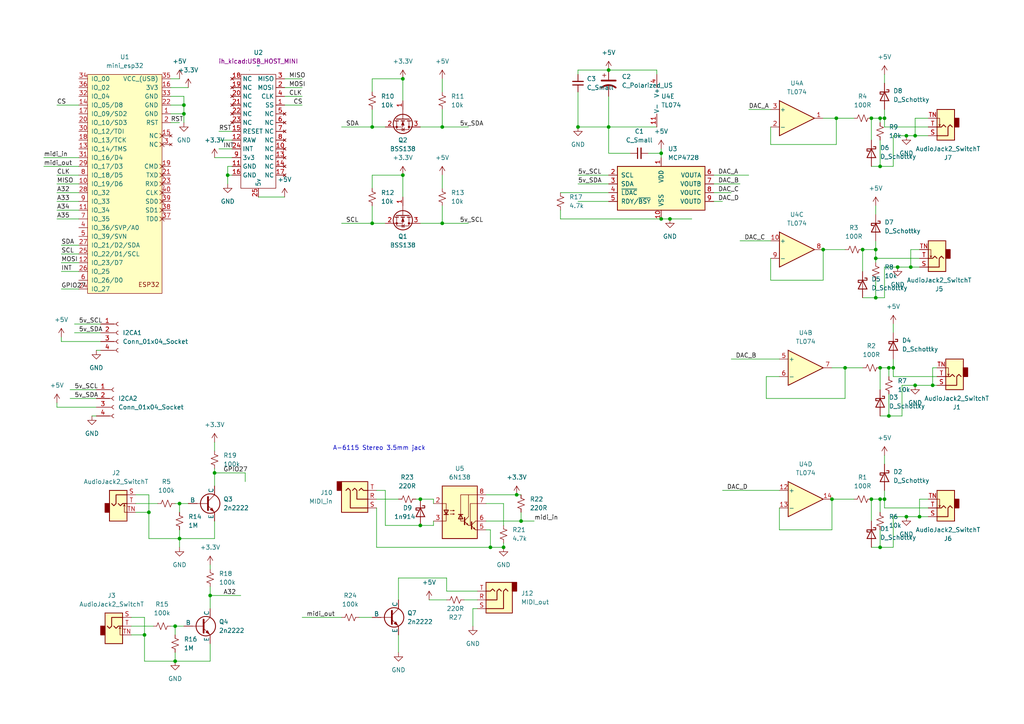
<source format=kicad_sch>
(kicad_sch (version 20230121) (generator eeschema)
  (paper "A4")
  (lib_symbols
    (symbol "Amplifier_Operational:TL074" (pin_names (offset 0.127))
      (property "Reference" "U" (at 0 5.08 0))
      (property "Value" "TL074" (at 0 -5.08 0))
      (symbol "TL074_1_1"
        (pin output line (at 7.62 0 180) (length 2.54) (name "~") (number "1"))
        (pin input line (at -7.62 -2.54 0) (length 2.54) (name "-") (number "2"))
        (pin input line (at -7.62 2.54 0) (length 2.54) (name "+") (number "3"))
      )
      (symbol "TL074_2_1"
        (pin input line (at -7.62 2.54 0) (length 2.54) (name "+") (number "5"))
        (pin input line (at -7.62 -2.54 0) (length 2.54) (name "-") (number "6"))
        (pin output line (at 7.62 0 180) (length 2.54) (name "~") (number "7"))
      )
      (symbol "TL074_3_1"
        (pin input line (at -7.62 2.54 0) (length 2.54) (name "+") (number "10"))
        (pin output line (at 7.62 0 180) (length 2.54) (name "~") (number "8"))
        (pin input line (at -7.62 -2.54 0) (length 2.54) (name "-") (number "9"))
      )
      (symbol "TL074_4_1"
        (pin input line (at -7.62 2.54 0) (length 2.54) (name "+") (number "12"))
        (pin input line (at -7.62 -2.54 0) (length 2.54) (name "-") (number "13"))
        (pin output line (at 7.62 0 180) (length 2.54) (name "~") (number "14"))
      )
      (symbol "TL074_5_1"
        (pin power_in line (at -2.54 -7.62 90) (length 3.81) (name "V-") (number "11"))
        (pin power_in line (at -2.54 7.62 270) (length 3.81) (name "V+") (number "4"))
      )
    )
    (symbol "Analog_DAC:MCP4728" (pin_names (offset 1.016))
      (property "Reference" "U" (at -12.7 6.35 0))
      (property "Value" "MCP4728" (at 12.7 6.35 0))
      (symbol "MCP4728_1_1"
        (pin power_in line (at 0 7.62 270) (length 2.54) (name "VDD") (number "1"))
        (pin power_in line (at 0 -10.16 90) (length 2.54) (name "VSS") (number "10"))
        (pin input line (at -15.24 2.54 0) (length 2.54) (name "SCL") (number "2"))
        (pin bidirectional line (at -15.24 0 0) (length 2.54) (name "SDA") (number "3"))
        (pin input line (at -15.24 -2.54 0) (length 2.54) (name "~{LDAC}") (number "4"))
        (pin output line (at -15.24 -5.08 0) (length 2.54) (name "RDY/~{BSY}") (number "5"))
        (pin output line (at 15.24 2.54 180) (length 2.54) (name "VOUTA") (number "6"))
        (pin output line (at 15.24 0 180) (length 2.54) (name "VOUTB") (number "7"))
        (pin output line (at 15.24 -2.54 180) (length 2.54) (name "VOUTC") (number "8"))
        (pin output line (at 15.24 -5.08 180) (length 2.54) (name "VOUTD") (number "9"))
      )
    )
    (symbol "Connector:Conn_01x04_Socket" (pin_names (offset 1.016) hide)
      (property "Reference" "J" (at 0 5.08 0))
      (property "Value" "Conn_01x04_Socket" (at 0 -7.62 0))
      (symbol "Conn_01x04_Socket_1_1"
        (pin passive line (at -5.08 2.54 0) (length 3.81) (name "Pin_1") (number "1"))
        (pin passive line (at -5.08 0 0) (length 3.81) (name "Pin_2") (number "2"))
        (pin passive line (at -5.08 -2.54 0) (length 3.81) (name "Pin_3") (number "3"))
        (pin passive line (at -5.08 -5.08 0) (length 3.81) (name "Pin_4") (number "4"))
      )
    )
    (symbol "Connector_Audio:AudioJack2_SwitchT"
      (property "Reference" "J" (at 0 8.89 0))
      (property "Value" "AudioJack2_SwitchT" (at 0 6.35 0))
      (symbol "AudioJack2_SwitchT_1_1"
        (pin passive line (at 5.08 2.54 180) (length 2.54) (name "~") (number "S"))
        (pin passive line (at 5.08 0 180) (length 2.54) (name "~") (number "T"))
        (pin passive line (at 5.08 -2.54 180) (length 2.54) (name "~") (number "TN"))
      )
    )
    (symbol "Connector_Audio:AudioJack3"
      (property "Reference" "J" (at 0 8.89 0))
      (property "Value" "AudioJack3" (at 0 6.35 0))
      (symbol "AudioJack3_1_1"
        (pin passive line (at 5.08 0 180) (length 2.54) (name "~") (number "R"))
        (pin passive line (at 5.08 2.54 180) (length 2.54) (name "~") (number "S"))
        (pin passive line (at 5.08 -2.54 180) (length 2.54) (name "~") (number "T"))
      )
    )
    (symbol "Device:C_Polarized_US" (pin_numbers hide) (pin_names (offset 0.254) hide)
      (property "Reference" "C" (at 0.635 2.54 0))
      (property "Value" "C_Polarized_US" (at 0.635 -2.54 0))
      (symbol "C_Polarized_US_1_1"
        (pin passive line (at 0 3.81 270) (length 2.794) (name "~") (number "1"))
        (pin passive line (at 0 -3.81 90) (length 3.302) (name "~") (number "2"))
      )
    )
    (symbol "Device:C_Small" (pin_numbers hide) (pin_names (offset 0.254) hide)
      (property "Reference" "C" (at 0.254 1.778 0))
      (property "Value" "C_Small" (at 0.254 -2.032 0))
      (symbol "C_Small_1_1"
        (pin passive line (at 0 2.54 270) (length 2.032) (name "~") (number "1"))
        (pin passive line (at 0 -2.54 90) (length 2.032) (name "~") (number "2"))
      )
    )
    (symbol "Device:D_Schottky" (pin_numbers hide) (pin_names (offset 1.016) hide)
      (property "Reference" "D" (at 0 2.54 0))
      (property "Value" "D_Schottky" (at 0 -2.54 0))
      (symbol "D_Schottky_1_1"
        (pin passive line (at -3.81 0 0) (length 2.54) (name "K") (number "1"))
        (pin passive line (at 3.81 0 180) (length 2.54) (name "A") (number "2"))
      )
    )
    (symbol "Device:Q_NMOS_GSD" (pin_names (offset 0) hide)
      (property "Reference" "Q" (at 5.08 1.27 0))
      (property "Value" "Q_NMOS_GSD" (at 5.08 -1.27 0))
      (symbol "Q_NMOS_GSD_1_1"
        (pin input line (at -5.08 0 0) (length 2.54) (name "G") (number "1"))
        (pin passive line (at 2.54 -5.08 90) (length 2.54) (name "S") (number "2"))
        (pin passive line (at 2.54 5.08 270) (length 2.54) (name "D") (number "3"))
      )
    )
    (symbol "Device:R_Small_US" (pin_numbers hide) (pin_names (offset 0.254) hide)
      (property "Reference" "R" (at 0.762 0.508 0))
      (property "Value" "R_Small_US" (at 0.762 -1.016 0))
      (symbol "R_Small_US_1_1"
        (pin passive line (at 0 2.54 270) (length 1.016) (name "~") (number "1"))
        (pin passive line (at 0 -2.54 90) (length 1.016) (name "~") (number "2"))
      )
    )
    (symbol "ESP32_mini:mini_esp32" (pin_names (offset 1.016))
      (property "Reference" "U" (at -7.62 -50.8 0))
      (property "Value" "mini_esp32" (at 5.08 -59.69 0))
      (symbol "mini_esp32_0_0"
        (text "ESP32" (at 7.62 -62.23 0) (effects (font (size 1.27 1.27))))
        (pin power_in line (at 13.97 -12.7 180) (length 2.54) (name "GND") (number "1"))
        (pin input line (at 13.97 -15.24 180) (length 2.54) (name "RST") (number "2"))
        (pin no_connect non_logic (at 13.97 -21.59 180) (length 2.54) (name "NC") (number "3"))
        (pin bidirectional line (at -12.7 -45.72 0) (length 2.54) (name "IO_36/SVP/A0") (number "4"))
        (pin bidirectional line (at -12.7 -48.26 0) (length 2.54) (name "IO_39/SVN") (number "5"))
      )
      (symbol "mini_esp32_1_1"
        (pin bidirectional line (at -12.7 -33.02 0) (length 2.54) (name "IO_19/D6") (number "10"))
        (pin bidirectional line (at -12.7 -40.64 0) (length 2.54) (name "IO_34") (number "11"))
        (pin bidirectional line (at -12.7 -55.88 0) (length 2.54) (name "IO_23/D7") (number "12"))
        (pin bidirectional line (at -12.7 -22.86 0) (length 2.54) (name "IO_14/TMS") (number "13"))
        (pin bidirectional line (at -12.7 -10.16 0) (length 2.54) (name "IO_05/D8") (number "14"))
        (pin no_connect non_logic (at 13.97 -19.05 180) (length 2.54) (name "NC") (number "15"))
        (pin power_in line (at 13.97 -5.08 180) (length 2.54) (name "3V3") (number "16"))
        (pin bidirectional line (at -12.7 -12.7 0) (length 2.54) (name "IO_09/SD2") (number "17"))
        (pin bidirectional line (at -12.7 -20.32 0) (length 2.54) (name "IO_13/TCK") (number "18"))
        (pin passive non_logic (at 13.97 -27.94 180) (length 2.54) (name "CMD") (number "19"))
        (pin bidirectional line (at -12.7 -15.24 0) (length 2.54) (name "IO_10/SD3") (number "20"))
        (pin passive non_logic (at 13.97 -30.48 180) (length 2.54) (name "TXD") (number "21"))
        (pin power_in line (at 13.97 -10.16 180) (length 2.54) (name "GND") (number "22"))
        (pin passive non_logic (at 13.97 -33.02 180) (length 2.54) (name "RXD") (number "23"))
        (pin bidirectional line (at -12.7 -63.5 0) (length 2.54) (name "IO_27") (number "24"))
        (pin bidirectional line (at -12.7 -53.34 0) (length 2.54) (name "IO_22/D1/SCL") (number "25"))
        (pin bidirectional line (at -12.7 -58.42 0) (length 2.54) (name "IO_25") (number "26"))
        (pin bidirectional line (at -12.7 -50.8 0) (length 2.54) (name "IO_21/D2/SDA") (number "27"))
        (pin bidirectional line (at -12.7 -35.56 0) (length 2.54) (name "IO_32") (number "28"))
        (pin bidirectional line (at -12.7 -27.94 0) (length 2.54) (name "IO_17/D3") (number "29"))
        (pin bidirectional line (at -12.7 -17.78 0) (length 2.54) (name "IO_12/TDI") (number "30"))
        (pin bidirectional line (at -12.7 -25.4 0) (length 2.54) (name "IO_16/D4") (number "31"))
        (pin bidirectional line (at -12.7 -7.62 0) (length 2.54) (name "IO_04") (number "32"))
        (pin power_in line (at 13.97 -7.62 180) (length 2.54) (name "GND") (number "33"))
        (pin bidirectional line (at -12.7 -2.54 0) (length 2.54) (name "IO_00") (number "34"))
        (pin power_in line (at 13.97 -2.54 180) (length 2.54) (name "VCC_(USB)") (number "35"))
        (pin bidirectional line (at -12.7 -5.08 0) (length 2.54) (name "IO_02") (number "36"))
        (pin passive non_logic (at 13.97 -43.18 180) (length 2.54) (name "TD0") (number "37"))
        (pin passive non_logic (at 13.97 -40.64 180) (length 2.54) (name "SD1") (number "38"))
        (pin passive non_logic (at 13.97 -38.1 180) (length 2.54) (name "SD0") (number "39"))
        (pin passive non_logic (at 13.97 -35.56 180) (length 2.54) (name "CLK") (number "40"))
        (pin bidirectional line (at -12.7 -60.96 0) (length 2.54) (name "IO_26/D0") (number "6"))
        (pin bidirectional line (at -12.7 -43.18 0) (length 2.54) (name "IO_35") (number "7"))
        (pin bidirectional line (at -12.7 -30.48 0) (length 2.54) (name "IO_18/D5") (number "8"))
        (pin bidirectional line (at -12.7 -38.1 0) (length 2.54) (name "IO_33") (number "9"))
      )
    )
    (symbol "Isolator:6N138" (pin_names (offset 1.016) hide)
      (property "Reference" "U" (at -4.064 8.89 0))
      (property "Value" "6N138" (at 2.286 8.89 0))
      (symbol "6N138_1_1"
        (pin no_connect line (at -5.08 5.08 0) (length 2.54) hide (name "NC") (number "1"))
        (pin passive line (at -7.62 2.54 0) (length 2.54) (name "C1") (number "2"))
        (pin passive line (at -7.62 -2.54 0) (length 2.54) (name "C2") (number "3"))
        (pin no_connect line (at -5.08 -5.08 0) (length 2.54) hide (name "NC") (number "4"))
        (pin passive line (at 7.62 -5.08 180) (length 2.54) (name "GND") (number "5"))
        (pin passive line (at 7.62 -2.54 180) (length 2.54) (name "VO2") (number "6"))
        (pin passive line (at 7.62 2.54 180) (length 2.54) (name "VO1") (number "7"))
        (pin passive line (at 7.62 5.08 180) (length 2.54) (name "VCC") (number "8"))
      )
    )
    (symbol "Simulation_SPICE:NPN" (pin_numbers hide) (pin_names (offset 0))
      (property "Reference" "Q" (at -2.54 7.62 0))
      (property "Value" "NPN" (at -2.54 5.08 0))
      (symbol "NPN_1_1"
        (pin open_collector line (at 2.54 5.08 270) (length 2.54) (name "C") (number "1"))
        (pin input line (at -5.08 0 0) (length 2.54) (name "B") (number "2"))
        (pin open_emitter line (at 2.54 -5.08 90) (length 2.54) (name "E") (number "3"))
      )
    )
    (symbol "hattwick:USB_MIDI_HOST"
      (property "Reference" "U" (at 0 0 0))
      (property "Footprint" "ih_kicad:USB_HOST_MINI" (at 0 0 0))
      (symbol "USB_MIDI_HOST_1_1"
        (pin bidirectional line (at 7.62 -11.43 180) (length 2.54) (name "SS") (number "1"))
        (pin no_connect line (at 7.62 -24.13 180) (length 2.54) (name "NC") (number "10"))
        (pin output line (at -7.62 -29.21 0) (length 2.54) (name "GND") (number "11"))
        (pin power_in line (at -7.62 -21.59 0) (length 2.54) (name "RAW") (number "12"))
        (pin no_connect line (at 7.62 -26.67 180) (length 2.54) (name "NC") (number "13"))
        (pin no_connect line (at 7.62 -29.21 180) (length 2.54) (name "NC") (number "14"))
        (pin bidirectional line (at -7.62 -19.05 0) (length 2.54) (name "RESET") (number "15"))
        (pin output line (at -7.62 -31.75 0) (length 2.54) (name "GND") (number "16"))
        (pin no_connect line (at 7.62 -31.75 180) (length 2.54) (name "NC") (number "17"))
        (pin no_connect line (at -7.62 -3.81 0) (length 2.54) (name "NC") (number "18"))
        (pin no_connect line (at -7.62 -6.35 0) (length 2.54) (name "NC") (number "19"))
        (pin bidirectional line (at 7.62 -6.35 180) (length 2.54) (name "MOSI") (number "2"))
        (pin no_connect line (at -7.62 -8.89 0) (length 2.54) (name "NC") (number "20"))
        (pin no_connect line (at -7.62 -11.43 0) (length 2.54) (name "NC") (number "21"))
        (pin no_connect line (at -7.62 -13.97 0) (length 2.54) (name "NC") (number "22"))
        (pin no_connect line (at -7.62 -16.51 0) (length 2.54) (name "NC") (number "23"))
        (pin bidirectional line (at -7.62 -24.13 0) (length 2.54) (name "INT") (number "24"))
        (pin power_in line (at 0 -38.1 90) (length 2.54) (name "5v") (number "25"))
        (pin bidirectional line (at 7.62 -3.81 180) (length 2.54) (name "MISO") (number "3"))
        (pin bidirectional line (at 7.62 -8.89 180) (length 2.54) (name "CLK") (number "4"))
        (pin no_connect line (at 7.62 -13.97 180) (length 2.54) (name "NC") (number "5"))
        (pin no_connect line (at 7.62 -16.51 180) (length 2.54) (name "NC") (number "6"))
        (pin no_connect line (at 7.62 -19.05 180) (length 2.54) (name "NC") (number "7"))
        (pin no_connect line (at 7.62 -21.59 180) (length 2.54) (name "NC") (number "8"))
        (pin power_in line (at -7.62 -26.67 0) (length 2.54) (name "3v3") (number "9"))
      )
    )
    (symbol "power:+3.3V" (power) (pin_names (offset 0))
      (property "Value" "+3.3V" (at 0 3.556 0))
      (symbol "+3.3V_1_1"
        (pin power_in line (at 0 0 90) (length 0) hide (name "+3.3V") (number "1"))
      )
    )
    (symbol "power:+5V" (power) (pin_names (offset 0))
      (property "Value" "+5V" (at 0 3.556 0))
      (symbol "+5V_1_1"
        (pin power_in line (at 0 0 90) (length 0) hide (name "+5V") (number "1"))
      )
    )
    (symbol "power:GND" (power) (pin_names (offset 0))
      (property "Value" "GND" (at 0 -3.81 0))
      (symbol "GND_1_1"
        (pin power_in line (at 0 0 270) (length 0) hide (name "GND") (number "1"))
      )
    )
  )
  (junction (at 60.96 172.72))
  (junction (at 107.95 36.83))
  (junction (at 256.54 34.29))
  (junction (at 191.77 44.45))
  (junction (at 50.8 191.77))
  (junction (at 266.7 149.86))
  (junction (at 146.05 158.75))
  (junction (at 238.76 72.39))
  (junction (at 254 74.93))
  (junction (at 50.8 181.61))
  (junction (at 265.43 111.76))
  (junction (at 245.11 106.68))
  (junction (at 116.84 22.86))
  (junction (at 257.81 120.65))
  (junction (at 259.08 106.68))
  (junction (at 262.89 149.86))
  (junction (at 254 86.36))
  (junction (at 255.27 106.68))
  (junction (at 176.53 36.83))
  (junction (at 265.43 39.37))
  (junction (at 242.57 34.29))
  (junction (at 41.91 184.15))
  (junction (at 255.27 48.26))
  (junction (at 116.84 50.8))
  (junction (at 255.27 144.78))
  (junction (at 255.27 158.75))
  (junction (at 53.34 33.02))
  (junction (at 256.54 144.78))
  (junction (at 255.27 34.29))
  (junction (at 121.92 144.78))
  (junction (at 262.89 39.37))
  (junction (at 257.81 106.68))
  (junction (at 167.64 36.83))
  (junction (at 194.31 63.5))
  (junction (at 151.13 151.13))
  (junction (at 142.24 158.75))
  (junction (at 191.77 63.5))
  (junction (at 52.07 146.05))
  (junction (at 128.27 36.83))
  (junction (at 270.51 111.76))
  (junction (at 66.04 50.8))
  (junction (at 53.34 30.48))
  (junction (at 62.23 137.16))
  (junction (at 149.86 143.51))
  (junction (at 250.19 72.39))
  (junction (at 43.18 148.59))
  (junction (at 254 72.39))
  (junction (at 252.73 144.78))
  (junction (at 252.73 34.29))
  (junction (at 264.16 77.47))
  (junction (at 52.07 156.21))
  (junction (at 241.3 144.78))
  (junction (at 128.27 64.77))
  (junction (at 107.95 64.77))
  (junction (at 176.53 20.32))
  (junction (at 121.92 152.4))
  (junction (at 260.35 77.47))
  (wire (pts (xy 252.73 34.29) (xy 252.73 40.64)))
  (wire (pts (xy 149.86 143.51) (xy 151.13 143.51)))
  (wire (pts (xy 66.04 50.8) (xy 66.04 53.34)))
  (wire (pts (xy 191.77 43.18) (xy 191.77 44.45)))
  (wire (pts (xy 39.37 146.05) (xy 45.72 146.05)))
  (wire (pts (xy 128.27 50.8) (xy 128.27 54.61)))
  (wire (pts (xy 43.18 156.21) (xy 52.07 156.21)))
  (wire (pts (xy 226.06 153.67) (xy 241.3 153.67)))
  (wire (pts (xy 259.08 149.86) (xy 259.08 158.75)))
  (wire (pts (xy 60.96 163.83) (xy 60.96 165.1)))
  (wire (pts (xy 52.07 146.05) (xy 52.07 148.59)))
  (wire (pts (xy 41.91 191.77) (xy 50.8 191.77)))
  (wire (pts (xy 269.24 39.37) (xy 265.43 39.37)))
  (wire (pts (xy 162.56 55.88) (xy 176.53 55.88)))
  (wire (pts (xy 17.78 78.74) (xy 22.86 78.74)))
  (wire (pts (xy 259.08 109.22) (xy 259.08 106.68)))
  (wire (pts (xy 63.5 43.18) (xy 67.31 43.18)))
  (wire (pts (xy 256.54 77.47) (xy 256.54 86.36)))
  (wire (pts (xy 146.05 158.75) (xy 146.05 157.48)))
  (wire (pts (xy 254 74.93) (xy 254 76.2)))
  (wire (pts (xy 107.95 64.77) (xy 111.76 64.77)))
  (wire (pts (xy 257.81 106.68) (xy 257.81 109.22)))
  (wire (pts (xy 176.53 44.45) (xy 176.53 36.83)))
  (wire (pts (xy 116.84 22.86) (xy 116.84 29.21)))
  (wire (pts (xy 265.43 111.76) (xy 261.62 111.76)))
  (wire (pts (xy 49.53 25.4) (xy 54.61 25.4)))
  (wire (pts (xy 60.96 170.18) (xy 60.96 172.72)))
  (wire (pts (xy 16.51 55.88) (xy 22.86 55.88)))
  (wire (pts (xy 38.1 179.07) (xy 41.91 179.07)))
  (wire (pts (xy 71.12 137.16) (xy 71.12 139.7)))
  (wire (pts (xy 250.19 72.39) (xy 250.19 78.74)))
  (wire (pts (xy 266.7 77.47) (xy 264.16 77.47)))
  (wire (pts (xy 140.97 143.51) (xy 149.86 143.51)))
  (wire (pts (xy 242.57 41.91) (xy 242.57 34.29)))
  (wire (pts (xy 252.73 144.78) (xy 255.27 144.78)))
  (wire (pts (xy 256.54 147.32) (xy 256.54 144.78)))
  (wire (pts (xy 62.23 128.27) (xy 62.23 130.81)))
  (wire (pts (xy 207.01 53.34) (xy 214.63 53.34)))
  (wire (pts (xy 17.78 99.06) (xy 17.78 97.79)))
  (wire (pts (xy 238.76 72.39) (xy 245.11 72.39)))
  (wire (pts (xy 191.77 44.45) (xy 191.77 45.72)))
  (wire (pts (xy 128.27 31.75) (xy 128.27 36.83)))
  (wire (pts (xy 104.14 179.07) (xy 107.95 179.07)))
  (wire (pts (xy 167.64 58.42) (xy 176.53 58.42)))
  (wire (pts (xy 176.53 27.94) (xy 176.53 36.83)))
  (wire (pts (xy 140.97 146.05) (xy 146.05 146.05)))
  (wire (pts (xy 223.52 81.28) (xy 238.76 81.28)))
  (wire (pts (xy 242.57 34.29) (xy 247.65 34.29)))
  (wire (pts (xy 39.37 143.51) (xy 43.18 143.51)))
  (wire (pts (xy 125.73 144.78) (xy 125.73 146.05)))
  (wire (pts (xy 264.16 77.47) (xy 260.35 77.47)))
  (wire (pts (xy 257.81 120.65) (xy 261.62 120.65)))
  (wire (pts (xy 52.07 156.21) (xy 52.07 153.67)))
  (wire (pts (xy 266.7 144.78) (xy 266.7 149.86)))
  (wire (pts (xy 16.51 63.5) (xy 22.86 63.5)))
  (wire (pts (xy 255.27 144.78) (xy 255.27 148.59)))
  (wire (pts (xy 129.54 167.64) (xy 115.57 167.64)))
  (wire (pts (xy 270.51 106.68) (xy 270.51 111.76)))
  (wire (pts (xy 26.67 120.65) (xy 27.94 120.65)))
  (wire (pts (xy 269.24 144.78) (xy 266.7 144.78)))
  (wire (pts (xy 128.27 36.83) (xy 135.89 36.83)))
  (wire (pts (xy 43.18 148.59) (xy 39.37 148.59)))
  (wire (pts (xy 264.16 72.39) (xy 264.16 77.47)))
  (wire (pts (xy 250.19 86.36) (xy 254 86.36)))
  (wire (pts (xy 255.27 106.68) (xy 257.81 106.68)))
  (wire (pts (xy 223.52 41.91) (xy 242.57 41.91)))
  (wire (pts (xy 245.11 115.57) (xy 245.11 106.68)))
  (wire (pts (xy 162.56 60.96) (xy 162.56 63.5)))
  (wire (pts (xy 43.18 143.51) (xy 43.18 148.59)))
  (wire (pts (xy 162.56 63.5) (xy 191.77 63.5)))
  (wire (pts (xy 124.46 173.99) (xy 129.54 173.99)))
  (wire (pts (xy 271.78 111.76) (xy 270.51 111.76)))
  (wire (pts (xy 17.78 71.12) (xy 22.86 71.12)))
  (wire (pts (xy 176.53 36.83) (xy 190.5 36.83)))
  (wire (pts (xy 167.64 53.34) (xy 176.53 53.34)))
  (wire (pts (xy 67.31 48.26) (xy 66.04 48.26)))
  (wire (pts (xy 49.53 181.61) (xy 50.8 181.61)))
  (wire (pts (xy 176.53 20.32) (xy 167.64 20.32)))
  (wire (pts (xy 17.78 83.82) (xy 22.86 83.82)))
  (wire (pts (xy 74.93 57.15) (xy 82.55 57.15)))
  (wire (pts (xy 43.18 156.21) (xy 43.18 148.59)))
  (wire (pts (xy 254 59.69) (xy 254 62.23)))
  (wire (pts (xy 17.78 99.06) (xy 29.21 99.06)))
  (wire (pts (xy 66.04 50.8) (xy 67.31 50.8)))
  (wire (pts (xy 255.27 34.29) (xy 255.27 35.56)))
  (wire (pts (xy 107.95 31.75) (xy 107.95 36.83)))
  (wire (pts (xy 121.92 144.78) (xy 125.73 144.78)))
  (wire (pts (xy 66.04 48.26) (xy 66.04 50.8)))
  (wire (pts (xy 20.32 113.03) (xy 27.94 113.03)))
  (wire (pts (xy 167.64 50.8) (xy 176.53 50.8)))
  (wire (pts (xy 63.5 40.64) (xy 67.31 40.64)))
  (wire (pts (xy 120.65 144.78) (xy 121.92 144.78)))
  (wire (pts (xy 257.81 106.68) (xy 259.08 106.68)))
  (wire (pts (xy 109.22 144.78) (xy 115.57 144.78)))
  (wire (pts (xy 142.24 158.75) (xy 146.05 158.75)))
  (wire (pts (xy 50.8 181.61) (xy 50.8 184.15)))
  (wire (pts (xy 207.01 55.88) (xy 212.09 55.88)))
  (wire (pts (xy 107.95 50.8) (xy 116.84 50.8)))
  (wire (pts (xy 238.76 34.29) (xy 242.57 34.29)))
  (wire (pts (xy 16.51 118.11) (xy 27.94 118.11)))
  (wire (pts (xy 256.54 31.75) (xy 256.54 34.29)))
  (wire (pts (xy 266.7 72.39) (xy 264.16 72.39)))
  (wire (pts (xy 62.23 151.13) (xy 62.23 156.21)))
  (wire (pts (xy 111.76 152.4) (xy 121.92 152.4)))
  (wire (pts (xy 259.08 104.14) (xy 259.08 106.68)))
  (wire (pts (xy 222.25 109.22) (xy 222.25 115.57)))
  (wire (pts (xy 62.23 137.16) (xy 62.23 140.97)))
  (wire (pts (xy 252.73 48.26) (xy 255.27 48.26)))
  (wire (pts (xy 238.76 72.39) (xy 238.76 81.28)))
  (wire (pts (xy 252.73 158.75) (xy 255.27 158.75)))
  (wire (pts (xy 62.23 156.21) (xy 52.07 156.21)))
  (wire (pts (xy 245.11 106.68) (xy 250.19 106.68)))
  (wire (pts (xy 16.51 60.96) (xy 22.86 60.96)))
  (wire (pts (xy 17.78 76.2) (xy 22.86 76.2)))
  (wire (pts (xy 38.1 181.61) (xy 44.45 181.61)))
  (wire (pts (xy 53.34 27.94) (xy 53.34 30.48)))
  (wire (pts (xy 255.27 34.29) (xy 256.54 34.29)))
  (wire (pts (xy 167.64 36.83) (xy 176.53 36.83)))
  (wire (pts (xy 60.96 191.77) (xy 50.8 191.77)))
  (wire (pts (xy 99.06 36.83) (xy 107.95 36.83)))
  (wire (pts (xy 50.8 191.77) (xy 50.8 189.23)))
  (wire (pts (xy 226.06 109.22) (xy 222.25 109.22)))
  (wire (pts (xy 255.27 120.65) (xy 257.81 120.65)))
  (wire (pts (xy 50.8 146.05) (xy 52.07 146.05)))
  (wire (pts (xy 27.94 101.6) (xy 29.21 101.6)))
  (wire (pts (xy 41.91 184.15) (xy 38.1 184.15)))
  (wire (pts (xy 167.64 20.32) (xy 167.64 21.59)))
  (wire (pts (xy 129.54 171.45) (xy 138.43 171.45)))
  (wire (pts (xy 82.55 30.48) (xy 87.63 30.48)))
  (wire (pts (xy 62.23 135.89) (xy 62.23 137.16)))
  (wire (pts (xy 16.51 58.42) (xy 22.86 58.42)))
  (wire (pts (xy 107.95 54.61) (xy 107.95 50.8)))
  (wire (pts (xy 223.52 74.93) (xy 223.52 81.28)))
  (wire (pts (xy 49.53 33.02) (xy 53.34 33.02)))
  (wire (pts (xy 255.27 48.26) (xy 259.08 48.26)))
  (wire (pts (xy 256.54 36.83) (xy 269.24 36.83)))
  (wire (pts (xy 254 81.28) (xy 254 86.36)))
  (wire (pts (xy 256.54 142.24) (xy 256.54 144.78)))
  (wire (pts (xy 256.54 147.32) (xy 269.24 147.32)))
  (wire (pts (xy 255.27 153.67) (xy 255.27 158.75)))
  (wire (pts (xy 109.22 147.32) (xy 109.22 158.75)))
  (wire (pts (xy 151.13 151.13) (xy 154.94 151.13)))
  (wire (pts (xy 187.96 44.45) (xy 191.77 44.45)))
  (wire (pts (xy 266.7 149.86) (xy 262.89 149.86)))
  (wire (pts (xy 99.06 64.77) (xy 107.95 64.77)))
  (wire (pts (xy 49.53 30.48) (xy 53.34 30.48)))
  (wire (pts (xy 142.24 153.67) (xy 142.24 158.75)))
  (wire (pts (xy 60.96 186.69) (xy 60.96 191.77)))
  (wire (pts (xy 255.27 40.64) (xy 255.27 48.26)))
  (wire (pts (xy 250.19 72.39) (xy 254 72.39)))
  (wire (pts (xy 241.3 144.78) (xy 241.3 153.67)))
  (wire (pts (xy 254 86.36) (xy 256.54 86.36)))
  (wire (pts (xy 252.73 34.29) (xy 255.27 34.29)))
  (wire (pts (xy 256.54 21.59) (xy 256.54 24.13)))
  (wire (pts (xy 41.91 191.77) (xy 41.91 184.15)))
  (wire (pts (xy 60.96 172.72) (xy 69.85 172.72)))
  (wire (pts (xy 252.73 144.78) (xy 252.73 151.13)))
  (wire (pts (xy 62.23 137.16) (xy 71.12 137.16)))
  (wire (pts (xy 260.35 77.47) (xy 256.54 77.47)))
  (wire (pts (xy 190.5 20.32) (xy 176.53 20.32)))
  (wire (pts (xy 259.08 109.22) (xy 271.78 109.22)))
  (wire (pts (xy 223.52 36.83) (xy 223.52 41.91)))
  (wire (pts (xy 137.16 176.53) (xy 137.16 181.61)))
  (wire (pts (xy 269.24 34.29) (xy 265.43 34.29)))
  (wire (pts (xy 138.43 176.53) (xy 137.16 176.53)))
  (wire (pts (xy 16.51 53.34) (xy 22.86 53.34)))
  (wire (pts (xy 115.57 167.64) (xy 115.57 173.99)))
  (wire (pts (xy 12.7 48.26) (xy 22.86 48.26)))
  (wire (pts (xy 140.97 151.13) (xy 151.13 151.13)))
  (wire (pts (xy 111.76 142.24) (xy 111.76 152.4)))
  (wire (pts (xy 63.5 38.1) (xy 67.31 38.1)))
  (wire (pts (xy 254 69.85) (xy 254 72.39)))
  (wire (pts (xy 16.51 118.11) (xy 16.51 116.84)))
  (wire (pts (xy 60.96 172.72) (xy 60.96 176.53)))
  (wire (pts (xy 49.53 35.56) (xy 52.07 35.56)))
  (wire (pts (xy 241.3 106.68) (xy 245.11 106.68)))
  (wire (pts (xy 167.64 26.67) (xy 167.64 36.83)))
  (wire (pts (xy 21.59 96.52) (xy 29.21 96.52)))
  (wire (pts (xy 265.43 34.29) (xy 265.43 39.37)))
  (wire (pts (xy 241.3 144.78) (xy 247.65 144.78)))
  (wire (pts (xy 116.84 50.8) (xy 116.84 57.15)))
  (wire (pts (xy 16.51 30.48) (xy 22.86 30.48)))
  (wire (pts (xy 255.27 158.75) (xy 259.08 158.75)))
  (wire (pts (xy 269.24 149.86) (xy 266.7 149.86)))
  (wire (pts (xy 125.73 152.4) (xy 125.73 151.13)))
  (wire (pts (xy 62.23 45.72) (xy 67.31 45.72)))
  (wire (pts (xy 190.5 21.59) (xy 190.5 20.32)))
  (wire (pts (xy 270.51 111.76) (xy 265.43 111.76)))
  (wire (pts (xy 140.97 153.67) (xy 142.24 153.67)))
  (wire (pts (xy 109.22 158.75) (xy 142.24 158.75)))
  (wire (pts (xy 53.34 33.02) (xy 53.34 35.56)))
  (wire (pts (xy 214.63 69.85) (xy 223.52 69.85)))
  (wire (pts (xy 262.89 149.86) (xy 259.08 149.86)))
  (wire (pts (xy 52.07 156.21) (xy 52.07 158.75)))
  (wire (pts (xy 50.8 181.61) (xy 53.34 181.61)))
  (wire (pts (xy 16.51 50.8) (xy 22.86 50.8)))
  (wire (pts (xy 259.08 93.98) (xy 259.08 96.52)))
  (wire (pts (xy 109.22 142.24) (xy 111.76 142.24)))
  (wire (pts (xy 49.53 22.86) (xy 52.07 22.86)))
  (wire (pts (xy 115.57 184.15) (xy 115.57 189.23)))
  (wire (pts (xy 49.53 27.94) (xy 53.34 27.94)))
  (wire (pts (xy 121.92 36.83) (xy 128.27 36.83)))
  (wire (pts (xy 255.27 106.68) (xy 255.27 113.03)))
  (wire (pts (xy 265.43 39.37) (xy 262.89 39.37)))
  (wire (pts (xy 194.31 63.5) (xy 200.66 63.5)))
  (wire (pts (xy 255.27 144.78) (xy 256.54 144.78)))
  (wire (pts (xy 262.89 39.37) (xy 259.08 39.37)))
  (wire (pts (xy 254 74.93) (xy 266.7 74.93)))
  (wire (pts (xy 107.95 26.67) (xy 107.95 22.86)))
  (wire (pts (xy 217.17 31.75) (xy 223.52 31.75)))
  (wire (pts (xy 107.95 36.83) (xy 111.76 36.83)))
  (wire (pts (xy 212.09 104.14) (xy 226.06 104.14)))
  (wire (pts (xy 121.92 152.4) (xy 125.73 152.4)))
  (wire (pts (xy 222.25 115.57) (xy 245.11 115.57)))
  (wire (pts (xy 151.13 148.59) (xy 151.13 151.13)))
  (wire (pts (xy 87.63 179.07) (xy 99.06 179.07)))
  (wire (pts (xy 209.55 142.24) (xy 226.06 142.24)))
  (wire (pts (xy 82.55 27.94) (xy 87.63 27.94)))
  (wire (pts (xy 82.55 25.4) (xy 87.63 25.4)))
  (wire (pts (xy 128.27 64.77) (xy 135.89 64.77)))
  (wire (pts (xy 107.95 59.69) (xy 107.95 64.77)))
  (wire (pts (xy 107.95 22.86) (xy 116.84 22.86)))
  (wire (pts (xy 256.54 132.08) (xy 256.54 134.62)))
  (wire (pts (xy 259.08 39.37) (xy 259.08 48.26)))
  (wire (pts (xy 254 74.93) (xy 254 72.39)))
  (wire (pts (xy 226.06 147.32) (xy 226.06 153.67)))
  (wire (pts (xy 12.7 45.72) (xy 22.86 45.72)))
  (wire (pts (xy 207.01 58.42) (xy 209.55 58.42)))
  (wire (pts (xy 17.78 73.66) (xy 22.86 73.66)))
  (wire (pts (xy 41.91 179.07) (xy 41.91 184.15)))
  (wire (pts (xy 257.81 114.3) (xy 257.81 120.65)))
  (wire (pts (xy 146.05 146.05) (xy 146.05 152.4)))
  (wire (pts (xy 271.78 106.68) (xy 270.51 106.68)))
  (wire (pts (xy 207.01 50.8) (xy 217.17 50.8)))
  (wire (pts (xy 21.59 93.98) (xy 29.21 93.98)))
  (wire (pts (xy 134.62 173.99) (xy 138.43 173.99)))
  (wire (pts (xy 20.32 115.57) (xy 27.94 115.57)))
  (wire (pts (xy 128.27 22.86) (xy 128.27 26.67)))
  (wire (pts (xy 121.92 64.77) (xy 128.27 64.77)))
  (wire (pts (xy 261.62 111.76) (xy 261.62 120.65)))
  (wire (pts (xy 82.55 22.86) (xy 87.63 22.86)))
  (wire (pts (xy 128.27 59.69) (xy 128.27 64.77)))
  (wire (pts (xy 191.77 63.5) (xy 194.31 63.5)))
  (wire (pts (xy 53.34 30.48) (xy 53.34 33.02)))
  (wire (pts (xy 52.07 146.05) (xy 54.61 146.05)))
  (wire (pts (xy 129.54 171.45) (xy 129.54 167.64)))
  (wire (pts (xy 256.54 36.83) (xy 256.54 34.29)))
  (wire (pts (xy 182.88 44.45) (xy 176.53 44.45)))
  (text "A-6115 Stereo 3.5mm jack" (at 96.52 130.81 0) (effects (font (size 1.27 1.27)) (justify left bottom)))
  (label "CS" (at 16.51 30.48 0))
  (label "A33" (at 16.51 58.42 0))
  (label "RST" (at 49.53 35.56 0))
  (label "GPIO27" (at 17.78 83.82 0))
  (label "A32" (at 16.51 55.88 0))
  (label "SCL" (at 17.78 73.66 0))
  (label "MOSI" (at 83.82 25.4 0))
  (label "5v_SDA" (at 167.64 53.34 0))
  (label "SCL" (at 100.33 64.77 0))
  (label "midi_in" (at 154.94 151.13 0))
  (label "SDA" (at 100.33 36.83 0))
  (label "midi_in" (at 12.7 45.72 0))
  (label "5v_SCL" (at 167.64 50.8 0))
  (label "INT" (at 64.77 43.18 0))
  (label "5v_SCL" (at 21.59 113.03 0))
  (label "5v_SCL" (at 22.86 93.98 0))
  (label "DAC_D" (at 208.28 58.42 0))
  (label "INT" (at 17.78 78.74 0))
  (label "DAC_A" (at 208.28 50.8 0))
  (label "CS" (at 85.09 30.48 0))
  (label "DAC_B" (at 213.36 104.14 0))
  (label "DAC_C" (at 215.9 69.85 0))
  (label "MISO" (at 16.51 53.34 0))
  (label "RST" (at 63.5 38.1 0))
  (label "5v_SDA" (at 22.86 96.52 0))
  (label "midi_out" (at 12.7 48.26 0))
  (label "CLK" (at 83.82 27.94 0))
  (label "GPIO27" (at 64.77 137.16 0))
  (label "MOSI" (at 17.78 76.2 0))
  (label "A32" (at 64.77 172.72 0))
  (label "5v_SCL" (at 133.35 64.77 0))
  (label "DAC_B" (at 208.28 53.34 0))
  (label "CLK" (at 16.51 50.8 0))
  (label "A35" (at 16.51 63.5 0))
  (label "midi_out" (at 88.9 179.07 0))
  (label "5v_SDA" (at 133.35 36.83 0))
  (label "MISO" (at 83.82 22.86 0))
  (label "5v_SDA" (at 21.59 115.57 0))
  (label "DAC_D" (at 210.82 142.24 0))
  (label "DAC_A" (at 217.17 31.75 0))
  (label "SDA" (at 17.78 71.12 0))
  (label "DAC_C" (at 208.28 55.88 0))
  (label "A34" (at 16.51 60.96 0))
  (symbol (lib_id "power:+5V") (at 16.51 116.84 0) (unit 1)
    (property "Reference" "#PWR027" (effects hide))
    (property "Value" "+5V" (at 16.51 111.76 0))
  )
  (symbol (lib_id "power:GND") (at 146.05 158.75 0) (unit 1)
    (property "Reference" "#PWR030" (effects hide))
    (property "Value" "GND" (at 146.05 163.83 0))
  )
  (symbol (lib_id "power:GND") (at 26.67 120.65 0) (unit 1)
    (property "Reference" "#PWR028" (effects hide))
    (property "Value" "GND" (at 26.67 125.73 0))
  )
  (symbol (lib_id "power:+5V") (at 52.07 22.86 0) (unit 1)
    (property "Reference" "#PWR01" (effects hide))
    (property "Value" "+5V" (at 52.07 17.78 0))
  )
  (symbol (lib_id "Device:R_Small_US") (at 252.73 106.68 90) (unit 1)
    (property "Reference" "R2" (at 252.73 100.33 90))
    (property "Value" "100R" (at 252.73 102.87 90))
    (property "Footprint" "Resistor_SMD:R_0805_2012Metric_Pad1.20x1.40mm_HandSolder" (effects hide))
  )
  (symbol (lib_id "power:+3.3V") (at 62.23 128.27 0) (unit 1)
    (property "Reference" "#PWR017" (effects hide))
    (property "Value" "+3.3V" (at 62.23 123.19 0))
  )
  (symbol (lib_id "power:GND") (at 53.34 35.56 0) (unit 1)
    (property "Reference" "#PWR05" (effects hide))
    (property "Value" "GND" (at 53.34 40.64 0))
  )
  (symbol (lib_id "Device:R_Small_US") (at 128.27 57.15 180) (unit 1)
    (property "Reference" "R13" (at 130.81 55.88 0) (effects (justify right)))
    (property "Value" "10k" (at 130.81 58.42 0) (effects (justify right)))
    (property "Footprint" "Resistor_THT:R_Axial_DIN0207_L6.3mm_D2.5mm_P10.16mm_Horizontal" (effects hide))
  )
  (symbol (lib_id "Device:R_Small_US") (at 255.27 151.13 180) (unit 1)
    (property "Reference" "R6" (at 257.81 149.86 0) (effects (justify right)))
    (property "Value" "10k" (at 257.81 152.4 0) (effects (justify right)))
    (property "Footprint" "Resistor_SMD:R_0805_2012Metric_Pad1.20x1.40mm_HandSolder" (effects hide))
  )
  (symbol (lib_id "Device:R_Small_US") (at 52.07 151.13 180) (unit 1)
    (property "Reference" "R14" (at 54.61 149.86 0) (effects (justify right)))
    (property "Value" "1M" (at 54.61 152.4 0) (effects (justify right)))
    (property "Footprint" "Resistor_THT:R_Axial_DIN0207_L6.3mm_D2.5mm_P10.16mm_Horizontal" (effects hide))
  )
  (symbol (lib_id "Connector_Audio:AudioJack3") (at 104.14 144.78 0) (mirror x) (unit 1)
    (property "Reference" "J10" (at 96.52 142.875 0) (effects (justify right)))
    (property "Value" "MIDI_in" (at 96.52 145.415 0) (effects (justify right)))
    (property "Footprint" "Connector_Audio:Jack_3.5mm_QingPu_WQP-PJ398SM_Vertical_CircularHoles_1" (effects hide))
  )
  (symbol (lib_id "power:+3.3V") (at 54.61 25.4 0) (unit 1)
    (property "Reference" "#PWR04" (effects hide))
    (property "Value" "+3.3V" (at 54.61 20.32 0))
  )
  (symbol (lib_id "power:GND") (at 194.31 63.5 0) (unit 1)
    (property "Reference" "#PWR016" (effects hide))
    (property "Value" "GND" (at 194.31 68.58 0))
  )
  (symbol (lib_id "Device:R_Small_US") (at 107.95 57.15 180) (unit 1)
    (property "Reference" "R12" (at 110.49 55.88 0) (effects (justify right)))
    (property "Value" "10k" (at 110.49 58.42 0) (effects (justify right)))
    (property "Footprint" "Resistor_THT:R_Axial_DIN0207_L6.3mm_D2.5mm_P10.16mm_Horizontal" (effects hide))
  )
  (symbol (lib_id "Device:D_Schottky") (at 252.73 44.45 270) (unit 1)
    (property "Reference" "D6" (at 255.27 42.8625 90) (effects (justify left)))
    (property "Value" "D_Schottky" (at 255.27 45.4025 90) (effects (justify left)))
    (property "Footprint" "Diode_SMD:D_SOD-123" (effects hide))
  )
  (symbol (lib_id "Device:D_Schottky") (at 252.73 154.94 270) (unit 1)
    (property "Reference" "D1" (at 255.27 153.3525 90) (effects (justify left)))
    (property "Value" "D_Schottky" (at 255.27 155.8925 90) (effects (justify left)))
    (property "Footprint" "Diode_SMD:D_SOD-123" (effects hide))
  )
  (symbol (lib_id "Connector:Conn_01x04_Socket") (at 33.02 115.57 0) (unit 1)
    (property "Reference" "I2CA2" (at 34.29 115.57 0) (effects (justify left)))
    (property "Value" "Conn_01x04_Socket" (at 34.29 118.11 0) (effects (justify left)))
    (property "Footprint" "Connector_PinHeader_2.54mm:PinHeader_1x04_P2.54mm_Vertical" (effects hide))
  )
  (symbol (lib_id "Device:R_Small_US") (at 146.05 154.94 180) (unit 1)
    (property "Reference" "R21" (at 148.59 153.67 0) (effects (justify right)))
    (property "Value" "4.7k" (at 148.59 156.21 0) (effects (justify right)))
    (property "Footprint" "Resistor_THT:R_Axial_DIN0207_L6.3mm_D2.5mm_P10.16mm_Horizontal" (effects hide))
  )
  (symbol (lib_id "power:+5V") (at 256.54 21.59 0) (unit 1)
    (property "Reference" "#PWR012" (effects hide))
    (property "Value" "+5V" (at 256.54 16.51 0))
  )
  (symbol (lib_id "Device:R_Small_US") (at 50.8 186.69 180) (unit 1)
    (property "Reference" "R16" (at 53.34 185.42 0) (effects (justify right)))
    (property "Value" "1M" (at 53.34 187.96 0) (effects (justify right)))
    (property "Footprint" "Resistor_THT:R_Axial_DIN0207_L6.3mm_D2.5mm_P10.16mm_Horizontal" (effects hide))
  )
  (symbol (lib_id "power:GND") (at 265.43 111.76 0) (unit 1)
    (property "Reference" "#PWR010" (effects hide))
    (property "Value" "GND" (at 265.43 116.84 0))
  )
  (symbol (lib_id "power:+5V") (at 128.27 22.86 0) (unit 1)
    (property "Reference" "#PWR019" (effects hide))
    (property "Value" "+5V" (at 128.27 17.78 0))
  )
  (symbol (lib_id "Device:Q_NMOS_GSD") (at 116.84 34.29 270) (unit 1)
    (property "Reference" "Q2" (at 116.84 40.64 90))
    (property "Value" "BSS138" (at 116.84 43.18 90))
    (property "Footprint" "Package_TO_SOT_SMD:SOT-23" (effects hide))
  )
  (symbol (lib_id "power:+5V") (at 124.46 173.99 0) (unit 1)
    (property "Reference" "#PWR032" (effects hide))
    (property "Value" "+5V" (at 124.46 168.91 0))
  )
  (symbol (lib_id "Amplifier_Operational:TL074") (at 193.04 29.21 0) (unit 5)
    (property "Reference" "U4" (at 191.77 27.94 0) (effects (justify left)))
    (property "Value" "TL074" (at 191.77 30.48 0) (effects (justify left)))
    (property "Footprint" "Package_SO:SOIC-14_3.9x8.7mm_P1.27mm" (effects hide))
    (property "Datasheet" "http://www.ti.com/lit/ds/symlink/tl071.pdf" (effects hide))
  )
  (symbol (lib_id "Device:D_Schottky") (at 259.08 100.33 270) (unit 1)
    (property "Reference" "D4" (at 261.62 98.7425 90) (effects (justify left)))
    (property "Value" "D_Schottky" (at 261.62 101.2825 90) (effects (justify left)))
    (property "Footprint" "Diode_SMD:D_SOD-123" (effects hide))
  )
  (symbol (lib_id "power:GND") (at 137.16 181.61 0) (unit 1)
    (property "Reference" "#PWR033" (effects hide))
    (property "Value" "GND" (at 137.16 186.69 0))
  )
  (symbol (lib_id "Device:R_Small_US") (at 247.65 72.39 90) (unit 1)
    (property "Reference" "R3" (at 247.65 66.04 90))
    (property "Value" "100R" (at 247.65 68.58 90))
    (property "Footprint" "Resistor_SMD:R_0805_2012Metric_Pad1.20x1.40mm_HandSolder" (effects hide))
  )
  (symbol (lib_id "Amplifier_Operational:TL074") (at 233.68 144.78 0) (unit 4)
    (property "Reference" "U4" (at 233.68 134.62 0))
    (property "Value" "TL074" (at 233.68 137.16 0))
    (property "Footprint" "Package_SO:SOIC-14_3.9x8.7mm_P1.27mm" (effects hide))
    (property "Datasheet" "http://www.ti.com/lit/ds/symlink/tl071.pdf" (effects hide))
  )
  (symbol (lib_id "power:+5V") (at 128.27 50.8 0) (unit 1)
    (property "Reference" "#PWR022" (effects hide))
    (property "Value" "+5V" (at 128.27 45.72 0))
  )
  (symbol (lib_id "Device:R_Small_US") (at 255.27 38.1 180) (unit 1)
    (property "Reference" "R9" (at 257.81 36.83 0) (effects (justify right)))
    (property "Value" "10k" (at 257.81 39.37 0) (effects (justify right)))
    (property "Footprint" "Resistor_SMD:R_0805_2012Metric_Pad1.20x1.40mm_HandSolder" (effects hide))
  )
  (symbol (lib_id "Amplifier_Operational:TL074") (at 233.68 106.68 0) (unit 2)
    (property "Reference" "U4" (at 233.68 96.52 0))
    (property "Value" "TL074" (at 233.68 99.06 0))
    (property "Footprint" "Package_SO:SOIC-14_3.9x8.7mm_P1.27mm" (effects hide))
    (property "Datasheet" "http://www.ti.com/lit/ds/symlink/tl071.pdf" (effects hide))
  )
  (symbol (lib_id "Analog_DAC:MCP4728") (at 191.77 53.34 0) (unit 1)
    (property "Reference" "U3" (at 193.7259 43.18 0) (effects (justify left)))
    (property "Value" "MCP4728" (at 193.7259 45.72 0) (effects (justify left)))
    (property "Footprint" "Package_SO:MSOP-10_3x3mm_P0.5mm" (effects hide))
    (property "Datasheet" "http://ww1.microchip.com/downloads/en/DeviceDoc/22187E.pdf" (effects hide))
  )
  (symbol (lib_id "Device:R_Small_US") (at 107.95 29.21 180) (unit 1)
    (property "Reference" "R10" (at 110.49 27.94 0) (effects (justify right)))
    (property "Value" "10k" (at 110.49 30.48 0) (effects (justify right)))
    (property "Footprint" "Resistor_THT:R_Axial_DIN0207_L6.3mm_D2.5mm_P10.16mm_Horizontal" (effects hide))
  )
  (symbol (lib_id "Device:D_Schottky") (at 255.27 116.84 270) (unit 1)
    (property "Reference" "D3" (at 257.81 115.2525 90) (effects (justify left)))
    (property "Value" "D_Schottky" (at 257.81 117.7925 90) (effects (justify left)))
    (property "Footprint" "Diode_SMD:D_SOD-123" (effects hide))
  )
  (symbol (lib_id "power:GND") (at 52.07 158.75 0) (unit 1)
    (property "Reference" "#PWR023" (effects hide))
    (property "Value" "GND" (at 52.07 163.83 0))
  )
  (symbol (lib_id "power:+3.3V") (at 116.84 50.8 0) (unit 1)
    (property "Reference" "#PWR021" (effects hide))
    (property "Value" "+3.3V" (at 116.84 45.72 0))
  )
  (symbol (lib_id "power:+5V") (at 259.08 93.98 0) (unit 1)
    (property "Reference" "#PWR09" (effects hide))
    (property "Value" "+5V" (at 259.08 88.9 0))
  )
  (symbol (lib_id "power:GND") (at 50.8 191.77 0) (unit 1)
    (property "Reference" "#PWR018" (effects hide))
    (property "Value" "GND" (at 50.8 196.85 0))
  )
  (symbol (lib_id "Isolator:6N138") (at 133.35 148.59 0) (unit 1)
    (property "Reference" "U5" (at 133.35 135.89 0))
    (property "Value" "6N138" (at 133.35 138.43 0))
    (property "Footprint" "Package_DIP:DIP-8_W7.62mm" (effects hide))
    (property "Datasheet" "http://www.onsemi.com/pub/Collateral/HCPL2731-D.pdf" (effects hide))
  )
  (symbol (lib_id "Connector_Audio:AudioJack2_SwitchT") (at 274.32 147.32 180) (unit 1)
    (property "Reference" "J6" (at 274.955 156.21 0))
    (property "Value" "AudioJack2_SwitchT" (at 274.955 153.67 0))
    (property "Footprint" "Connector_Audio:Jack_3.5mm_QingPu_WQP-PJ398SM_Vertical_CircularHoles" (effects hide))
  )
  (symbol (lib_id "Connector_Audio:AudioJack2_SwitchT") (at 271.78 74.93 180) (unit 1)
    (property "Reference" "J5" (at 272.415 83.82 0))
    (property "Value" "AudioJack2_SwitchT" (at 272.415 81.28 0))
    (property "Footprint" "Connector_Audio:Jack_3.5mm_QingPu_WQP-PJ398SM_Vertical_CircularHoles" (effects hide))
  )
  (symbol (lib_id "Amplifier_Operational:TL074") (at 231.14 34.29 0) (unit 1)
    (property "Reference" "U4" (at 231.14 24.13 0))
    (property "Value" "TL074" (at 231.14 26.67 0))
    (property "Footprint" "Package_SO:SOIC-14_3.9x8.7mm_P1.27mm" (effects hide))
    (property "Datasheet" "http://www.ti.com/lit/ds/symlink/tl071.pdf" (effects hide))
  )
  (symbol (lib_id "Device:R_Small_US") (at 132.08 173.99 90) (unit 1)
    (property "Reference" "R27" (at 132.08 179.07 90))
    (property "Value" "220R" (at 132.08 176.53 90))
    (property "Footprint" "Resistor_THT:R_Axial_DIN0207_L6.3mm_D2.5mm_P10.16mm_Horizontal" (effects hide))
  )
  (symbol (lib_id "power:+3.3V") (at 60.96 163.83 0) (unit 1)
    (property "Reference" "#PWR024" (effects hide))
    (property "Value" "+3.3V" (at 60.96 158.75 0))
  )
  (symbol (lib_id "ESP32_mini:mini_esp32") (at 35.56 20.32 0) (unit 1)
    (property "Reference" "U1" (at 36.195 16.51 0))
    (property "Value" "mini_esp32" (at 36.195 19.05 0))
    (property "Footprint" "ESP32_mini:ESP32_mini" (effects hide))
  )
  (symbol (lib_id "Simulation_SPICE:NPN") (at 59.69 146.05 0) (unit 1)
    (property "Reference" "Q3" (at 64.77 144.78 0) (effects (justify left)))
    (property "Value" "2n2222" (at 64.77 147.32 0) (effects (justify left)))
    (property "Footprint" "Package_TO_SOT_THT:TO-92_Inline_Wide" (effects hide))
    (property "Sim.Device" "NPN" (effects hide))
    (property "Sim.Type" "GUMMELPOON" (effects hide))
    (property "Sim.Pins" "1=C 2=B 3=E" (effects hide))
  )
  (symbol (lib_id "Device:R_Small_US") (at 48.26 146.05 90) (unit 1)
    (property "Reference" "R5" (at 48.26 139.7 90))
    (property "Value" "100k" (at 48.26 142.24 90))
    (property "Footprint" "Resistor_THT:R_Axial_DIN0207_L6.3mm_D2.5mm_P10.16mm_Horizontal" (effects hide))
  )
  (symbol (lib_id "Device:C_Small") (at 185.42 44.45 90) (unit 1)
    (property "Reference" "C1" (at 185.4263 38.1 90))
    (property "Value" "C_Small" (at 185.4263 40.64 90))
    (property "Footprint" "Capacitor_SMD:C_0805_2012Metric_Pad1.18x1.45mm_HandSolder" (effects hide))
  )
  (symbol (lib_id "power:+5V") (at 254 59.69 0) (unit 1)
    (property "Reference" "#PWR011" (effects hide))
    (property "Value" "+5V" (at 254 54.61 0))
  )
  (symbol (lib_id "hattwick:USB_MIDI_HOST") (at 74.93 19.05 0) (unit 1)
    (property "Reference" "U2" (at 74.93 15.24 0))
    (property "Value" "~" (at 74.93 19.05 0))
    (property "Footprint" "ih_kicad:USB_HOST_MINI" (at 74.93 17.78 0))
  )
  (symbol (lib_id "power:+3.3V") (at 116.84 22.86 0) (unit 1)
    (property "Reference" "#PWR020" (effects hide))
    (property "Value" "+3.3V" (at 116.84 17.78 0))
  )
  (symbol (lib_id "power:GND") (at 262.89 149.86 0) (unit 1)
    (property "Reference" "#PWR07" (effects hide))
    (property "Value" "GND" (at 262.89 154.94 0))
  )
  (symbol (lib_id "Device:D_Schottky") (at 121.92 148.59 270) (unit 1)
    (property "Reference" "D9" (at 116.84 147.32 90) (effects (justify left)))
    (property "Value" "1n914" (at 114.3 149.86 90) (effects (justify left)))
    (property "Footprint" "Diode_THT:D_5W_P12.70mm_Horizontal" (effects hide))
  )
  (symbol (lib_id "Device:R_Small_US") (at 62.23 133.35 180) (unit 1)
    (property "Reference" "R19" (at 64.77 132.08 0) (effects (justify right)))
    (property "Value" "100k" (at 64.77 134.62 0) (effects (justify right)))
    (property "Footprint" "Resistor_THT:R_Axial_DIN0207_L6.3mm_D2.5mm_P10.16mm_Horizontal" (effects hide))
  )
  (symbol (lib_id "Device:R_Small_US") (at 250.19 144.78 90) (unit 1)
    (property "Reference" "R1" (at 250.19 138.43 90))
    (property "Value" "100R" (at 250.19 140.97 90))
    (property "Footprint" "Resistor_SMD:R_0805_2012Metric_Pad1.20x1.40mm_HandSolder" (effects hide))
  )
  (symbol (lib_id "Amplifier_Operational:TL074") (at 231.14 72.39 0) (unit 3)
    (property "Reference" "U4" (at 231.14 62.23 0))
    (property "Value" "TL074" (at 231.14 64.77 0))
    (property "Footprint" "Package_SO:SOIC-14_3.9x8.7mm_P1.27mm" (effects hide))
    (property "Datasheet" "http://www.ti.com/lit/ds/symlink/tl071.pdf" (effects hide))
  )
  (symbol (lib_id "Device:R_Small_US") (at 46.99 181.61 90) (unit 1)
    (property "Reference" "R15" (at 46.99 175.26 90))
    (property "Value" "100k" (at 46.99 177.8 90))
    (property "Footprint" "Resistor_THT:R_Axial_DIN0207_L6.3mm_D2.5mm_P10.16mm_Horizontal" (effects hide))
  )
  (symbol (lib_id "Device:D_Schottky") (at 256.54 138.43 270) (unit 1)
    (property "Reference" "D2" (at 259.08 136.8425 90) (effects (justify left)))
    (property "Value" "D_Schottky" (at 259.08 139.3825 90) (effects (justify left)))
    (property "Footprint" "Diode_SMD:D_SOD-123" (effects hide))
  )
  (symbol (lib_id "Device:R_Small_US") (at 128.27 29.21 180) (unit 1)
    (property "Reference" "R11" (at 130.81 27.94 0) (effects (justify right)))
    (property "Value" "10k" (at 130.81 30.48 0) (effects (justify right)))
    (property "Footprint" "Resistor_THT:R_Axial_DIN0207_L6.3mm_D2.5mm_P10.16mm_Horizontal" (effects hide))
  )
  (symbol (lib_id "Device:C_Small") (at 167.64 24.13 180) (unit 1)
    (property "Reference" "C3" (at 170.18 22.8536 0) (effects (justify right)))
    (property "Value" "C_Small" (at 170.18 25.3936 0) (effects (justify right)))
    (property "Footprint" "Capacitor_SMD:C_0805_2012Metric_Pad1.18x1.45mm_HandSolder" (effects hide))
  )
  (symbol (lib_id "Connector:Conn_01x04_Socket") (at 34.29 96.52 0) (unit 1)
    (property "Reference" "I2CA1" (at 35.56 96.52 0) (effects (justify left)))
    (property "Value" "Conn_01x04_Socket" (at 35.56 99.06 0) (effects (justify left)))
    (property "Footprint" "Connector_PinHeader_2.54mm:PinHeader_1x04_P2.54mm_Vertical" (effects hide))
  )
  (symbol (lib_id "Device:R_Small_US") (at 118.11 144.78 270) (unit 1)
    (property "Reference" "R23" (at 118.11 138.43 90))
    (property "Value" "220R" (at 118.11 140.97 90))
    (property "Footprint" "Resistor_THT:R_Axial_DIN0207_L6.3mm_D2.5mm_P10.16mm_Horizontal" (effects hide))
  )
  (symbol (lib_id "power:GND") (at 66.04 53.34 0) (unit 1)
    (property "Reference" "#PWR06" (effects hide))
    (property "Value" "GND" (at 66.04 58.42 0))
  )
  (symbol (lib_id "Device:Q_NMOS_GSD") (at 116.84 62.23 270) (unit 1)
    (property "Reference" "Q1" (at 116.84 68.58 90))
    (property "Value" "BSS138" (at 116.84 71.12 90))
    (property "Footprint" "Package_TO_SOT_SMD:SOT-23" (effects hide))
  )
  (symbol (lib_id "Device:R_Small_US") (at 162.56 58.42 180) (unit 1)
    (property "Reference" "R17" (at 165.1 57.15 0) (effects (justify right)))
    (property "Value" "4.7k" (at 165.1 59.69 0) (effects (justify right)))
    (property "Footprint" "Resistor_SMD:R_0805_2012Metric_Pad1.20x1.40mm_HandSolder" (effects hide))
  )
  (symbol (lib_id "Connector_Audio:AudioJack3") (at 143.51 173.99 180) (unit 1)
    (property "Reference" "J12" (at 151.13 172.085 0) (effects (justify right)))
    (property "Value" "MIDI_out" (at 151.13 174.625 0) (effects (justify right)))
    (property "Footprint" "Connector_Audio:Jack_3.5mm_QingPu_WQP-PJ398SM_Vertical_CircularHoles_1" (effects hide))
  )
  (symbol (lib_id "power:+5V") (at 256.54 132.08 0) (unit 1)
    (property "Reference" "#PWR08" (effects hide))
    (property "Value" "+5V" (at 256.54 127 0))
  )
  (symbol (lib_id "Device:R_Small_US") (at 254 78.74 180) (unit 1)
    (property "Reference" "R8" (at 256.54 77.47 0) (effects (justify right)))
    (property "Value" "10k" (at 256.54 80.01 0) (effects (justify right)))
    (property "Footprint" "Resistor_SMD:R_0805_2012Metric_Pad1.20x1.40mm_HandSolder" (effects hide))
  )
  (symbol (lib_id "Device:R_Small_US") (at 250.19 34.29 90) (unit 1)
    (property "Reference" "R4" (at 250.19 27.94 90))
    (property "Value" "100R" (at 250.19 30.48 90))
    (property "Footprint" "Resistor_SMD:R_0805_2012Metric_Pad1.20x1.40mm_HandSolder" (effects hide))
  )
  (symbol (lib_id "Connector_Audio:AudioJack2_SwitchT") (at 34.29 146.05 0) (unit 1)
    (property "Reference" "J2" (at 33.655 137.16 0))
    (property "Value" "AudioJack2_SwitchT" (at 33.655 139.7 0))
    (property "Footprint" "Connector_Audio:Jack_3.5mm_QingPu_WQP-PJ398SM_Vertical_CircularHoles" (effects hide))
  )
  (symbol (lib_id "power:+3.3V") (at 149.86 143.51 0) (unit 1)
    (property "Reference" "#PWR029" (effects hide))
    (property "Value" "+3.3V" (at 149.86 138.43 0))
  )
  (symbol (lib_id "power:GND") (at 167.64 36.83 0) (unit 1)
    (property "Reference" "#PWR034" (effects hide))
    (property "Value" "GND" (at 167.64 41.91 0))
  )
  (symbol (lib_id "Connector_Audio:AudioJack2_SwitchT") (at 276.86 109.22 180) (unit 1)
    (property "Reference" "J1" (at 277.495 118.11 0))
    (property "Value" "AudioJack2_SwitchT" (at 277.495 115.57 0))
    (property "Footprint" "Connector_Audio:Jack_3.5mm_QingPu_WQP-PJ398SM_Vertical_CircularHoles" (effects hide))
  )
  (symbol (lib_id "power:GND") (at 115.57 189.23 0) (unit 1)
    (property "Reference" "#PWR031" (effects hide))
    (property "Value" "GND" (at 115.57 194.31 0))
  )
  (symbol (lib_id "power:+5V") (at 17.78 97.79 0) (unit 1)
    (property "Reference" "#PWR026" (effects hide))
    (property "Value" "+5V" (at 17.78 92.71 0))
  )
  (symbol (lib_id "power:GND") (at 27.94 101.6 0) (unit 1)
    (property "Reference" "#PWR025" (effects hide))
    (property "Value" "GND" (at 27.94 106.68 0))
  )
  (symbol (lib_id "Device:D_Schottky") (at 250.19 82.55 270) (unit 1)
    (property "Reference" "D5" (at 252.73 80.9625 90) (effects (justify left)))
    (property "Value" "D_Schottky" (at 252.73 83.5025 90) (effects (justify left)))
    (property "Footprint" "Diode_SMD:D_SOD-123" (effects hide))
  )
  (symbol (lib_id "Connector_Audio:AudioJack2_SwitchT") (at 33.02 181.61 0) (unit 1)
    (property "Reference" "J3" (at 32.385 172.72 0))
    (property "Value" "AudioJack2_SwitchT" (at 32.385 175.26 0))
    (property "Footprint" "Connector_Audio:Jack_3.5mm_QingPu_WQP-PJ398SM_Vertical_CircularHoles" (effects hide))
  )
  (symbol (lib_id "Simulation_SPICE:NPN") (at 113.03 179.07 0) (unit 1)
    (property "Reference" "Q7" (at 118.11 177.8 0) (effects (justify left)))
    (property "Value" "2n2222" (at 118.11 180.34 0) (effects (justify left)))
    (property "Footprint" "Package_TO_SOT_THT:TO-92_Inline_Wide" (effects hide))
    (property "Sim.Device" "NPN" (effects hide))
    (property "Sim.Type" "GUMMELPOON" (effects hide))
    (property "Sim.Pins" "1=C 2=B 3=E" (effects hide))
  )
  (symbol (lib_id "power:+5V") (at 176.53 20.32 0) (unit 1)
    (property "Reference" "#PWR035" (effects hide))
    (property "Value" "+5V" (at 176.53 15.24 0))
  )
  (symbol (lib_id "power:+5V") (at 82.55 57.15 0) (unit 1)
    (property "Reference" "#PWR02" (effects hide))
    (property "Value" "+5V" (at 82.55 52.07 0))
  )
  (symbol (lib_id "Device:R_Small_US") (at 151.13 146.05 180) (unit 1)
    (property "Reference" "R22" (at 153.67 144.78 0) (effects (justify right)))
    (property "Value" "220R" (at 153.67 147.32 0) (effects (justify right)))
    (property "Footprint" "Resistor_THT:R_Axial_DIN0207_L6.3mm_D2.5mm_P10.16mm_Horizontal" (effects hide))
  )
  (symbol (lib_id "power:+3.3V") (at 62.23 45.72 0) (unit 1)
    (property "Reference" "#PWR03" (effects hide))
    (property "Value" "+3.3V" (at 62.23 40.64 0))
  )
  (symbol (lib_id "Device:C_Polarized_US") (at 176.53 24.13 0) (unit 1)
    (property "Reference" "C2" (at 180.34 22.225 0) (effects (justify left)))
    (property "Value" "C_Polarized_US" (at 180.34 24.765 0) (effects (justify left)))
    (property "Footprint" "Capacitor_THT:CP_Radial_D8.0mm_P5.00mm" (effects hide))
  )
  (symbol (lib_id "Simulation_SPICE:NPN") (at 58.42 181.61 0) (unit 1)
    (property "Reference" "Q4" (at 63.5 180.34 0) (effects (justify left)))
    (property "Value" "2n2222" (at 63.5 182.88 0) (effects (justify left)))
    (property "Footprint" "Package_TO_SOT_THT:TO-92_Inline_Wide" (effects hide))
    (property "Sim.Device" "NPN" (effects hide))
    (property "Sim.Type" "GUMMELPOON" (effects hide))
    (property "Sim.Pins" "1=C 2=B 3=E" (effects hide))
  )
  (symbol (lib_id "power:GND") (at 260.35 77.47 0) (unit 1)
    (property "Reference" "#PWR013" (effects hide))
    (property "Value" "GND" (at 260.35 82.55 0))
  )
  (symbol (lib_id "Device:D_Schottky") (at 254 66.04 270) (unit 1)
    (property "Reference" "D7" (at 256.54 64.4525 90) (effects (justify left)))
    (property "Value" "D_Schottky" (at 256.54 66.9925 90) (effects (justify left)))
    (property "Footprint" "Diode_SMD:D_SOD-123" (effects hide))
  )
  (symbol (lib_id "power:+5V") (at 191.77 43.18 0) (unit 1)
    (property "Reference" "#PWR015" (effects hide))
    (property "Value" "+5V" (at 191.77 38.1 0))
  )
  (symbol (lib_id "Device:D_Schottky") (at 256.54 27.94 270) (unit 1)
    (property "Reference" "D8" (at 259.08 26.3525 90) (effects (justify left)))
    (property "Value" "D_Schottky" (at 259.08 28.8925 90) (effects (justify left)))
    (property "Footprint" "Diode_SMD:D_SOD-123" (effects hide))
  )
  (symbol (lib_id "Device:R_Small_US") (at 257.81 111.76 180) (unit 1)
    (property "Reference" "R7" (at 260.35 110.49 0) (effects (justify right)))
    (property "Value" "10k" (at 260.35 113.03 0) (effects (justify right)))
    (property "Footprint" "Resistor_SMD:R_0805_2012Metric_Pad1.20x1.40mm_HandSolder" (effects hide))
  )
  (symbol (lib_id "power:GND") (at 262.89 39.37 0) (unit 1)
    (property "Reference" "#PWR014" (effects hide))
    (property "Value" "GND" (at 262.89 44.45 0))
  )
  (symbol (lib_id "Connector_Audio:AudioJack2_SwitchT") (at 274.32 36.83 180) (unit 1)
    (property "Reference" "J7" (at 274.955 45.72 0))
    (property "Value" "AudioJack2_SwitchT" (at 274.955 43.18 0))
    (property "Footprint" "Connector_Audio:Jack_3.5mm_QingPu_WQP-PJ398SM_Vertical_CircularHoles" (effects hide))
  )
  (symbol (lib_id "Device:R_Small_US") (at 101.6 179.07 90) (unit 1)
    (property "Reference" "R24" (at 101.6 172.72 90))
    (property "Value" "100k" (at 101.6 175.26 90))
    (property "Footprint" "Resistor_THT:R_Axial_DIN0207_L6.3mm_D2.5mm_P10.16mm_Horizontal" (effects hide))
  )
  (symbol (lib_id "Device:R_Small_US") (at 60.96 167.64 180) (unit 1)
    (property "Reference" "R18" (at 63.5 166.37 0) (effects (justify right)))
    (property "Value" "100k" (at 63.5 168.91 0) (effects (justify right)))
    (property "Footprint" "Resistor_THT:R_Axial_DIN0207_L6.3mm_D2.5mm_P10.16mm_Horizontal" (effects hide))
  )
)
</source>
